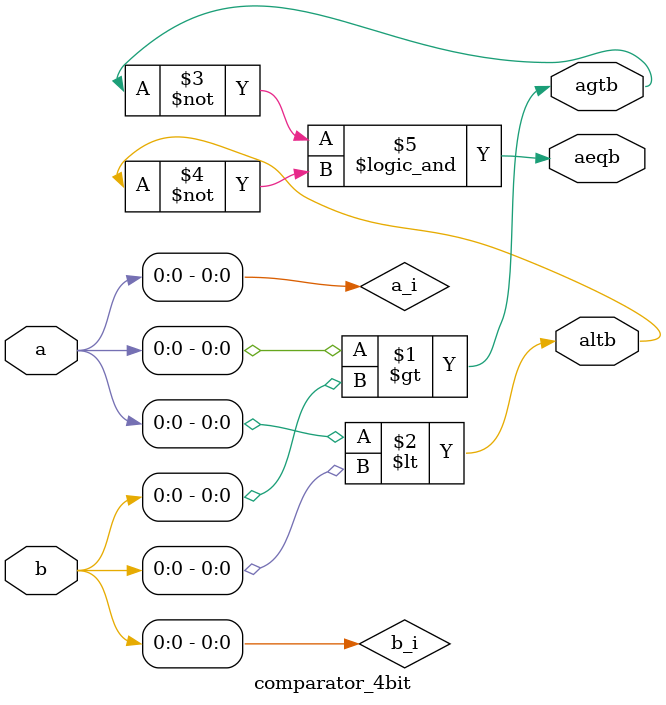
<source format=v>
`ifndef COMPARATOR_4BIT
`define COMPARATOR_4BIT
	module comparator_4bit(
		output agtb,
		output altb,
		output aeqb,
		input [3:0] a,
		input [3:0] b
	);
		
		wire a_i = {a[3],a};
		wire b_i = {b[3],b};
		
		assign agtb = $signed(a_i) > $signed(b_i) ;
		assign altb = $signed(a_i) < $signed(b_i) ;
		assign aeqb = ~agtb && ~altb;
		
	endmodule
`endif
</source>
